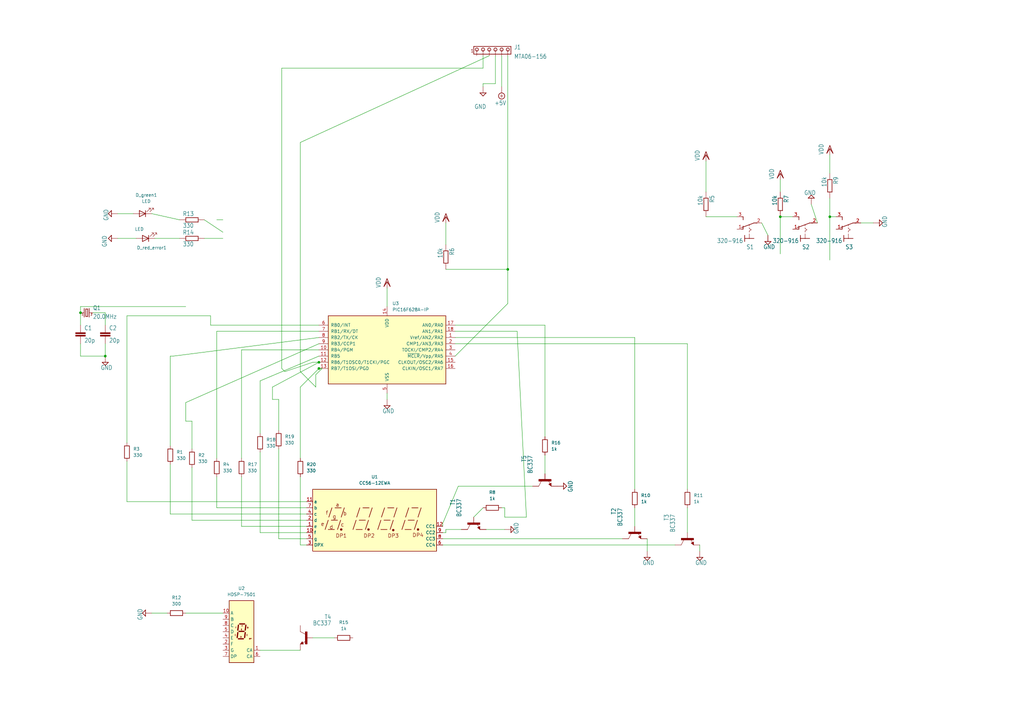
<source format=kicad_sch>
(kicad_sch (version 20250114) (generator "eeschema") (generator_version "9.0")
  (paper "A3")
  (lib_symbols
    (symbol "Device:LED" (pin_numbers (hide yes)) (pin_names (offset 1.016) (hide yes))
      (property "Reference" "D" (at 0 2.54 0))
      (property "Value" "LED" (at 0 -2.54 0))
      (symbol "LED_0_1"
        (polyline (pts (xy -3.048 -0.762) (xy -4.572 -2.286) (xy -3.81 -2.286) (xy -4.572 -2.286) (xy -4.572 -1.524)))
        (polyline (pts (xy -1.778 -0.762) (xy -3.302 -2.286) (xy -2.54 -2.286) (xy -3.302 -2.286) (xy -3.302 -1.524)))
        (polyline (pts (xy -1.27 0) (xy 1.27 0)))
        (polyline (pts (xy -1.27 -1.27) (xy -1.27 1.27)) (stroke (width 0.254)))
        (polyline (pts (xy 1.27 -1.27) (xy 1.27 1.27) (xy -1.27 0) (xy 1.27 -1.27)) (stroke (width 0.254)))
      )
      (symbol "LED_1_1"
        (pin passive line (at -3.81 0 0) (length 2.54) (name "K") (number "1"))
        (pin passive line (at 3.81 0 180) (length 2.54) (name "A") (number "2"))
      )
    )
    (symbol "Device:R" (pin_numbers (hide yes)) (pin_names (offset 0))
      (property "Reference" "R" (at 2.032 0 90))
      (property "Value" "R" (at 0 0 90))
      (symbol "R_0_1"
        (rectangle (start -1.016 -2.54) (end 1.016 2.54) (stroke (width 0.254)))
      )
      (symbol "R_1_1"
        (pin passive line (at 0 3.81 270) (length 1.27) (name "~") (number "1"))
        (pin passive line (at 0 -3.81 90) (length 1.27) (name "~") (number "2"))
      )
    )
    (symbol "Display_Character:CC56-12EWA"
      (property "Reference" "U" (at -24.13 13.97 0))
      (property "Value" "CC56-12EWA" (at 19.05 13.97 0))
      (symbol "CC56-12EWA_0_0"
        (rectangle (start -25.4 12.7) (end 25.4 -12.7) (stroke (width 0.254)) (fill (type background)))
        (polyline (pts (xy -20.32 -3.81) (xy -19.05 0)) (stroke (width 0.254)))
        (polyline (pts (xy -19.05 -3.81) (xy -16.51 -3.81)) (stroke (width 0.254)))
        (polyline (pts (xy -18.796 1.27) (xy -17.526 5.08)) (stroke (width 0.254)))
        (polyline (pts (xy -17.78 0) (xy -15.24 0)) (stroke (width 0.254)))
        (polyline (pts (xy -16.256 5.08) (xy -13.716 5.08)) (stroke (width 0.254)))
        (polyline (pts (xy -15.24 -3.81) (xy -13.97 0)) (stroke (width 0.254)))
        (polyline (pts (xy -13.716 1.27) (xy -12.446 5.08)) (stroke (width 0.254)))
        (polyline (pts (xy -8.89 -3.81) (xy -7.62 0)) (stroke (width 0.254)))
        (polyline (pts (xy -7.62 -3.81) (xy -5.08 -3.81)) (stroke (width 0.254)))
        (polyline (pts (xy -7.366 1.27) (xy -6.096 5.08)) (stroke (width 0.254)))
        (polyline (pts (xy -6.35 0) (xy -3.81 0)) (stroke (width 0.254)))
        (polyline (pts (xy -4.826 5.08) (xy -2.286 5.08)) (stroke (width 0.254)))
        (polyline (pts (xy -3.81 -3.81) (xy -2.54 0)) (stroke (width 0.254)))
        (polyline (pts (xy -2.286 1.27) (xy -1.016 5.08)) (stroke (width 0.254)))
        (polyline (pts (xy 1.27 -3.81) (xy 2.54 0)) (stroke (width 0.254)))
        (polyline (pts (xy 2.54 -3.81) (xy 5.08 -3.81)) (stroke (width 0.254)))
        (polyline (pts (xy 2.794 1.27) (xy 4.064 5.08)) (stroke (width 0.254)))
        (polyline (pts (xy 3.81 0) (xy 6.35 0)) (stroke (width 0.254)))
        (polyline (pts (xy 5.334 5.08) (xy 7.874 5.08)) (stroke (width 0.254)))
        (polyline (pts (xy 6.35 -3.81) (xy 7.62 0)) (stroke (width 0.254)))
        (polyline (pts (xy 7.874 1.27) (xy 9.144 5.08)) (stroke (width 0.254)))
        (polyline (pts (xy 11.176 -3.81) (xy 12.446 0)) (stroke (width 0.254)))
        (polyline (pts (xy 12.446 -3.81) (xy 14.986 -3.81)) (stroke (width 0.254)))
        (polyline (pts (xy 12.7 1.27) (xy 13.97 5.08)) (stroke (width 0.254)))
        (polyline (pts (xy 13.716 0) (xy 16.256 0)) (stroke (width 0.254)))
        (polyline (pts (xy 15.24 5.08) (xy 17.78 5.08)) (stroke (width 0.254)))
        (polyline (pts (xy 16.256 -3.81) (xy 17.526 0)) (stroke (width 0.254)))
        (polyline (pts (xy 17.78 1.27) (xy 19.05 5.08)) (stroke (width 0.254)))
        (text "e" (at -21.336 -1.524 0) (effects (font (size 1.524 1.524))))
        (text "f" (at -19.558 3.048 0) (effects (font (size 1.524 1.524))))
        (text "d" (at -17.78 -2.794 0) (effects (font (size 1.524 1.524))))
        (text "g" (at -16.51 1.524 0) (effects (font (size 1.524 1.524))))
        (text "a" (at -15.24 6.35 0) (effects (font (size 1.524 1.524))))
        (text "DP1" (at -13.716 -6.35 0) (effects (font (size 1.524 1.524))))
        (text "c" (at -13.208 -1.778 0) (effects (font (size 1.524 1.524))))
        (text "b" (at -12.192 2.794 0) (effects (font (size 1.524 1.524))))
        (text "DP2" (at -2.286 -6.35 0) (effects (font (size 1.524 1.524))))
        (text "DP3" (at 7.62 -6.35 0) (effects (font (size 1.524 1.524))))
        (text "DP4" (at 17.78 -6.096 0) (effects (font (size 1.524 1.524))))
      )
      (symbol "CC56-12EWA_0_1"
        (circle (center -13.716 -3.81) (radius 0.3556) (stroke (width 0.254)) (fill (type outline)))
        (circle (center -2.54 -3.81) (radius 0.3556) (stroke (width 0.254)) (fill (type outline)))
      )
      (symbol "CC56-12EWA_1_0"
        (circle (center 7.62 -4.064) (radius 0.3556) (stroke (width 0.254)) (fill (type outline)))
        (circle (center 17.78 -3.81) (radius 0.3556) (stroke (width 0.254)) (fill (type outline)))
      )
      (symbol "CC56-12EWA_1_1"
        (pin input line (at -27.94 7.62 0) (length 2.54) (name "a") (number "11"))
        (pin input line (at -27.94 5.08 0) (length 2.54) (name "b") (number "7"))
        (pin input line (at -27.94 2.54 0) (length 2.54) (name "c") (number "4"))
        (pin input line (at -27.94 0 0) (length 2.54) (name "d") (number "2"))
        (pin input line (at -27.94 -2.54 0) (length 2.54) (name "e") (number "1"))
        (pin input line (at -27.94 -5.08 0) (length 2.54) (name "f") (number "10"))
        (pin input line (at -27.94 -7.62 0) (length 2.54) (name "g") (number "5"))
        (pin input line (at -27.94 -10.16 0) (length 2.54) (name "DPX") (number "3"))
        (pin input line (at 27.94 -2.54 180) (length 2.54) (name "CC1") (number "12"))
        (pin input line (at 27.94 -5.08 180) (length 2.54) (name "CC2") (number "9"))
        (pin input line (at 27.94 -7.62 180) (length 2.54) (name "CC3") (number "8"))
        (pin input line (at 27.94 -10.16 180) (length 2.54) (name "CC4") (number "6"))
      )
    )
    (symbol "Display_Character:HDSP-7501"
      (property "Reference" "U" (at -3.81 13.97 0))
      (property "Value" "HDSP-7501" (at 6.35 13.97 0))
      (symbol "HDSP-7501_1_0"
        (text "E" (at -2.54 -1.397 0) (effects (font (size 0.508 0.508))))
        (text "F" (at -2.286 1.651 0) (effects (font (size 0.508 0.508))))
        (text "D" (at -0.254 -2.159 0) (effects (font (size 0.508 0.508))))
        (text "G" (at 0 0.889 0) (effects (font (size 0.508 0.508))))
        (text "A" (at 0.254 2.413 0) (effects (font (size 0.508 0.508))))
        (text "C" (at 2.286 -1.397 0) (effects (font (size 0.508 0.508))))
        (text "B" (at 2.54 1.651 0) (effects (font (size 0.508 0.508))))
        (text "DP" (at 3.556 -2.921 0) (effects (font (size 0.508 0.508))))
      )
      (symbol "HDSP-7501_1_1"
        (rectangle (start -5.08 12.7) (end 5.08 -12.7) (stroke (width 0.254)) (fill (type background)))
        (polyline (pts (xy -1.524 -0.381) (xy -1.778 -2.413)) (stroke (width 0.508)))
        (polyline (pts (xy -1.27 2.667) (xy -1.524 0.635)) (stroke (width 0.508)))
        (polyline (pts (xy -1.27 -2.921) (xy 0.762 -2.921)) (stroke (width 0.508)))
        (polyline (pts (xy -1.016 0.127) (xy 1.016 0.127)) (stroke (width 0.508)))
        (polyline (pts (xy -0.762 3.175) (xy 1.27 3.175)) (stroke (width 0.508)))
        (polyline (pts (xy 1.524 -0.381) (xy 1.27 -2.413)) (stroke (width 0.508)))
        (polyline (pts (xy 1.778 2.667) (xy 1.524 0.635)) (stroke (width 0.508)))
        (polyline (pts (xy 2.54 -2.921) (xy 2.54 -2.921)) (stroke (width 0.508)))
        (pin input line (at -7.62 7.62 0) (length 2.54) (name "A") (number "10"))
        (pin input line (at -7.62 5.08 0) (length 2.54) (name "B") (number "9"))
        (pin input line (at -7.62 2.54 0) (length 2.54) (name "C") (number "8"))
        (pin input line (at -7.62 0 0) (length 2.54) (name "D") (number "5"))
        (pin input line (at -7.62 -2.54 0) (length 2.54) (name "E") (number "4"))
        (pin input line (at -7.62 -5.08 0) (length 2.54) (name "F") (number "2"))
        (pin input line (at -7.62 -7.62 0) (length 2.54) (name "G") (number "3"))
        (pin input line (at -7.62 -10.16 0) (length 2.54) (name "DP") (number "7"))
        (pin input line (at 7.62 -7.62 180) (length 2.54) (name "CA") (number "1"))
        (pin input line (at 7.62 -10.16 180) (length 2.54) (name "CA") (number "6"))
      )
    )
    (symbol "MCU_Microchip_PIC16:PIC16F628A-IP" (pin_names (offset 1.016))
      (property "Reference" "U" (at -24.13 17.78 0))
      (property "Value" "PIC16F628A-IP" (at -24.13 15.24 0))
      (symbol "PIC16F628A-IP_0_1"
        (rectangle (start 24.13 13.97) (end -24.13 -13.97) (stroke (width 0.254)) (fill (type background)))
      )
      (symbol "PIC16F628A-IP_1_1"
        (pin bidirectional line (at -27.94 10.16 0) (length 3.81) (name "RB0/INT") (number "6"))
        (pin bidirectional line (at -27.94 7.62 0) (length 3.81) (name "RB1/RX/DT") (number "7"))
        (pin bidirectional line (at -27.94 5.08 0) (length 3.81) (name "RB2/TX/CK") (number "8"))
        (pin bidirectional line (at -27.94 2.54 0) (length 3.81) (name "RB3/CCP1") (number "9"))
        (pin bidirectional line (at -27.94 0 0) (length 3.81) (name "RB4/PGM") (number "10"))
        (pin bidirectional line (at -27.94 -2.54 0) (length 3.81) (name "RB5") (number "11"))
        (pin bidirectional line (at -27.94 -5.08 0) (length 3.81) (name "RB6/T1OSC0/T1CKI/PGC") (number "12"))
        (pin bidirectional line (at -27.94 -7.62 0) (length 3.81) (name "RB7/T1OSI/PGD") (number "13"))
        (pin power_in line (at 0 17.78 270) (length 3.81) (name "VDD") (number "14"))
        (pin power_in line (at 0 -17.78 90) (length 3.81) (name "VSS") (number "5"))
        (pin bidirectional line (at 27.94 10.16 180) (length 3.81) (name "AN0/RA0") (number "17"))
        (pin bidirectional line (at 27.94 7.62 180) (length 3.81) (name "AN1/RA1") (number "18"))
        (pin bidirectional line (at 27.94 5.08 180) (length 3.81) (name "Vref/AN2/RA2") (number "1"))
        (pin bidirectional line (at 27.94 2.54 180) (length 3.81) (name "CMP1/AN3/RA3") (number "2"))
        (pin bidirectional line (at 27.94 0 180) (length 3.81) (name "TOCKI/CMP2/RA4") (number "3"))
        (pin input line (at 27.94 -2.54 180) (length 3.81) (name "~{MCLR}/Vpp/RA5") (number "4"))
        (pin bidirectional line (at 27.94 -5.08 180) (length 3.81) (name "CLKOUT/OSC2/RA6") (number "15"))
        (pin bidirectional line (at 27.94 -7.62 180) (length 3.81) (name "CLKIN/OSC1/RA7") (number "16"))
      )
    )
    (symbol "schemat_regulatora-eagle-import:+5V" (power)
      (property "Value" "+5V" (at -1.905 3.175 0))
      (symbol "+5V_1_0"
        (polyline (pts (xy -0.635 1.27) (xy 0.635 1.27)) (stroke (width 0.1524)))
        (circle (center 0 1.27) (radius 1.27) (stroke (width 0.254)))
        (polyline (pts (xy 0 0.635) (xy 0 1.905)) (stroke (width 0.1524)))
        (pin power_in line (at 0 -2.54 90) (length 2.54) (name "+5V") (number "1"))
      )
    )
    (symbol "schemat_regulatora-eagle-import:320-916"
      (property "Reference" "S" (at -6.35 -1.905 90))
      (property "Value" "320-916" (at -3.81 2.54 90))
      (symbol "320-916_1_0"
        (polyline (pts (xy -5.08 1.905) (xy -3.81 1.905)) (stroke (width 0.254)))
        (polyline (pts (xy -3.81 1.905) (xy -3.81 0)) (stroke (width 0.254)))
        (polyline (pts (xy -3.81 1.905) (xy -2.54 1.905)) (stroke (width 0.254)))
        (polyline (pts (xy -3.81 0) (xy -3.81 -1.905)) (stroke (width 0.254)))
        (polyline (pts (xy -3.81 0) (xy -1.905 0)) (stroke (width 0.1524)))
        (polyline (pts (xy -1.27 0) (xy -0.762 0)) (stroke (width 0.1524)))
        (polyline (pts (xy -0.762 0) (xy -0.254 -0.762)) (stroke (width 0.1524)))
        (polyline (pts (xy -0.254 -0.762) (xy 0.254 0)) (stroke (width 0.1524)))
        (polyline (pts (xy 0 2.54) (xy 0 3.175)) (stroke (width 0.254)))
        (polyline (pts (xy 0 2.54) (xy 1.27 2.54)) (stroke (width 0.254)))
        (polyline (pts (xy 0.254 0) (xy 0.635 0)) (stroke (width 0.1524)))
        (polyline (pts (xy 1.27 0) (xy 1.905 0)) (stroke (width 0.1524)))
        (polyline (pts (xy 2.54 -1.905) (xy 0.635 3.175)) (stroke (width 0.254)))
        (polyline (pts (xy 2.54 -3.175) (xy 2.54 -1.905)) (stroke (width 0.254)))
        (polyline (pts (xy 3.81 2.54) (xy 5.08 2.54)) (stroke (width 0.254)))
        (polyline (pts (xy 5.08 2.54) (xy 5.08 3.175)) (stroke (width 0.254)))
        (pin passive line (at 0 5.08 270) (length 2.54) (name "O") (number "1"))
        (pin passive line (at 2.54 -5.08 90) (length 2.54) (name "P") (number "2"))
        (pin passive line (at 5.08 5.08 270) (length 2.54) (name "S") (number "3"))
      )
    )
    (symbol "schemat_regulatora-eagle-import:BC337"
      (property "Reference" "T" (at -10.16 7.62 0))
      (property "Value" "BC337" (at -10.16 5.08 0))
      (symbol "BC337_1_0"
        (rectangle (start -0.254 -2.54) (end 0.508 2.54) (fill (type outline)))
        (polyline (pts (xy 1.27 -2.54) (xy 1.778 -1.524)) (stroke (width 0.1524)))
        (polyline (pts (xy 1.524 -2.286) (xy 1.905 -2.286)) (stroke (width 0.254)))
        (polyline (pts (xy 1.524 -2.413) (xy 2.286 -2.413)) (stroke (width 0.254)))
        (polyline (pts (xy 1.54 -2.04) (xy 0.308 -1.424)) (stroke (width 0.1524)))
        (polyline (pts (xy 1.778 -1.524) (xy 2.54 -2.54)) (stroke (width 0.1524)))
        (polyline (pts (xy 1.778 -1.778) (xy 1.524 -2.286)) (stroke (width 0.254)))
        (polyline (pts (xy 1.905 -2.286) (xy 1.778 -2.032)) (stroke (width 0.254)))
        (polyline (pts (xy 2.286 -2.413) (xy 1.778 -1.778)) (stroke (width 0.254)))
        (polyline (pts (xy 2.54 2.54) (xy 0.508 1.524)) (stroke (width 0.1524)))
        (polyline (pts (xy 2.54 -2.54) (xy 1.27 -2.54)) (stroke (width 0.1524)))
        (pin passive line (at -2.54 0 0) (length 2.54) (name "B") (number "2"))
        (pin passive line (at 2.54 5.08 270) (length 2.54) (name "C") (number "3"))
        (pin passive line (at 2.54 -5.08 90) (length 2.54) (name "E") (number "1"))
      )
    )
    (symbol "schemat_regulatora-eagle-import:C5/4.5"
      (property "Reference" "C" (at 1.524 0.381 0))
      (property "Value" "C5{slash}4.5" (at 1.524 -4.699 0))
      (symbol "C5/4.5_1_0"
        (rectangle (start -2.032 -1.016) (end 2.032 -0.508) (fill (type outline)))
        (rectangle (start -2.032 -2.032) (end 2.032 -1.524) (fill (type outline)))
        (polyline (pts (xy 0 0) (xy 0 -0.508)) (stroke (width 0.1524)))
        (polyline (pts (xy 0 -2.54) (xy 0 -2.032)) (stroke (width 0.1524)))
        (pin passive line (at 0 2.54 270) (length 2.54) (name "1") (number "1"))
        (pin passive line (at 0 -5.08 90) (length 2.54) (name "2") (number "2"))
      )
    )
    (symbol "schemat_regulatora-eagle-import:CRYSTALHC49S"
      (property "Reference" "Q" (at 2.54 1.016 0))
      (property "Value" "CRYSTALHC49S" (at 2.54 -2.54 0))
      (symbol "CRYSTALHC49S_1_0"
        (polyline (pts (xy -2.54 0) (xy -1.016 0)) (stroke (width 0.1524)))
        (polyline (pts (xy -1.016 1.778) (xy -1.016 -1.778)) (stroke (width 0.254)))
        (polyline (pts (xy -0.381 1.524) (xy -0.381 -1.524)) (stroke (width 0.254)))
        (polyline (pts (xy -0.381 -1.524) (xy 0.381 -1.524)) (stroke (width 0.254)))
        (polyline (pts (xy 0.381 1.524) (xy -0.381 1.524)) (stroke (width 0.254)))
        (polyline (pts (xy 0.381 -1.524) (xy 0.381 1.524)) (stroke (width 0.254)))
        (polyline (pts (xy 1.016 1.778) (xy 1.016 -1.778)) (stroke (width 0.254)))
        (polyline (pts (xy 1.016 0) (xy 2.54 0)) (stroke (width 0.1524)))
        (text "1" (at -2.159 -1.143 0) (effects (font (size 0.8636 0.734)) (justify left bottom)))
        (text "2" (at 1.524 -1.143 0) (effects (font (size 0.8636 0.734)) (justify left bottom)))
        (pin passive line (at -2.54 0 0) (length 0) (name "1") (number "1"))
        (pin passive line (at 2.54 0 180) (length 0) (name "2") (number "2"))
      )
    )
    (symbol "schemat_regulatora-eagle-import:GND" (power)
      (property "Value" "GND" (at -1.905 -3.175 0))
      (symbol "GND_1_0"
        (polyline (pts (xy -1.27 0) (xy 1.27 0)) (stroke (width 0.254)))
        (polyline (pts (xy 0 -1.27) (xy -1.27 0)) (stroke (width 0.254)))
        (polyline (pts (xy 1.27 0) (xy 0 -1.27)) (stroke (width 0.254)))
        (pin power_in line (at 0 2.54 270) (length 2.54) (name "GND") (number "1"))
      )
    )
    (symbol "schemat_regulatora-eagle-import:MTA06-156"
      (property "Reference" "J" (at 15.24 0 0))
      (property "Value" "MTA06-156" (at 15.24 -3.81 0))
      (symbol "MTA06-156_1_0"
        (polyline (pts (xy -1.27 1.27) (xy -1.27 -1.905)) (stroke (width 0.254)))
        (polyline (pts (xy -1.27 1.27) (xy 13.97 1.27)) (stroke (width 0.254)))
        (circle (center 0 0) (radius 0.635) (stroke (width 0.254)))
        (circle (center 2.54 0) (radius 0.635) (stroke (width 0.254)))
        (circle (center 5.08 0) (radius 0.635) (stroke (width 0.254)))
        (circle (center 7.62 0) (radius 0.635) (stroke (width 0.254)))
        (circle (center 10.16 0) (radius 0.635) (stroke (width 0.254)))
        (circle (center 12.7 0) (radius 0.635) (stroke (width 0.254)))
        (polyline (pts (xy 13.97 -1.905) (xy -1.27 -1.905)) (stroke (width 0.254)))
        (polyline (pts (xy 13.97 -1.905) (xy 13.97 1.27)) (stroke (width 0.254)))
        (text "1" (at -2.54 -1.27 0) (effects (font (size 1.27 1.0795)) (justify left bottom)))
        (pin passive line (at 0 -2.54 90) (length 2.54) (name "1") (number "1"))
        (pin passive line (at 2.54 -2.54 90) (length 2.54) (name "2") (number "2"))
        (pin passive line (at 5.08 -2.54 90) (length 2.54) (name "3") (number "3"))
        (pin passive line (at 7.62 -2.54 90) (length 2.54) (name "4") (number "4"))
        (pin passive line (at 10.16 -2.54 90) (length 2.54) (name "5") (number "5"))
        (pin passive line (at 12.7 -2.54 90) (length 2.54) (name "6") (number "6"))
      )
    )
    (symbol "schemat_regulatora-eagle-import:R-EU_0204/7"
      (property "Reference" "R" (at -3.81 1.4986 0))
      (property "Value" "R-EU_0204{slash}7" (at -3.81 -3.302 0))
      (symbol "R-EU_0204/7_1_0"
        (polyline (pts (xy -2.54 -0.889) (xy -2.54 0.889)) (stroke (width 0.254)))
        (polyline (pts (xy -2.54 -0.889) (xy 2.54 -0.889)) (stroke (width 0.254)))
        (polyline (pts (xy 2.54 0.889) (xy -2.54 0.889)) (stroke (width 0.254)))
        (polyline (pts (xy 2.54 -0.889) (xy 2.54 0.889)) (stroke (width 0.254)))
        (pin passive line (at -5.08 0 0) (length 2.54) (name "1") (number "1"))
        (pin passive line (at 5.08 0 180) (length 2.54) (name "2") (number "2"))
      )
    )
    (symbol "schemat_regulatora-eagle-import:VDD" (power)
      (property "Value" "VDD" (at -2.54 -2.54 90))
      (symbol "VDD_1_0"
        (polyline (pts (xy 0 1.27) (xy -1.27 -1.905)) (stroke (width 0.254)))
        (polyline (pts (xy 0 0) (xy -1.27 -1.905)) (stroke (width 0.254)))
        (polyline (pts (xy 1.27 -1.905) (xy 0 1.27)) (stroke (width 0.254)))
        (polyline (pts (xy 1.27 -1.905) (xy 0 0)) (stroke (width 0.254)))
        (pin power_in line (at 0 -2.54 90) (length 2.54) (name "VDD") (number "1"))
      )
    )
  )
  (junction (at 33.02 128.27))
  (junction (at 130.81 148.59))
  (junction (at 43.18 146.05))
  (junction (at 208.28 110.49))
  (junction (at 130.81 151.13))
  (junction (at 340.36 88.9))
  (junction (at 320.04 88.9))
  (wire (pts (xy 88.9 195.58) (xy 88.9 208.28)))
  (wire (pts (xy 208.28 22.86) (xy 208.28 110.49)))
  (wire (pts (xy 99.06 215.9) (xy 125.73 215.9)))
  (wire (pts (xy 205.74 22.86) (xy 205.74 35.56)))
  (wire (pts (xy 158.75 163.83) (xy 158.75 161.29)))
  (wire (pts (xy 99.06 215.9) (xy 99.06 195.58)))
  (wire (pts (xy 123.19 158.75) (xy 130.81 151.13)))
  (wire (pts (xy 129.54 153.67) (xy 132.08 151.13)))
  (wire (pts (xy 78.74 213.36) (xy 125.73 213.36)))
  (wire (pts (xy 223.52 194.31) (xy 223.52 186.69)))
  (wire (pts (xy 123.19 158.75) (xy 123.19 187.96)))
  (wire (pts (xy 48.26 87.63) (xy 54.61 87.63)))
  (wire (pts (xy 123.19 195.58) (xy 123.19 223.52)))
  (wire (pts (xy 260.35 138.43) (xy 260.35 200.66)))
  (wire (pts (xy 62.23 251.46) (xy 68.58 251.46)))
  (wire (pts (xy 83.82 90.17) (xy 91.44 95.25)))
  (wire (pts (xy 181.61 220.98) (xy 255.27 220.98)))
  (wire (pts (xy 137.16 261.62) (xy 128.27 261.62)))
  (wire (pts (xy 332.74 83.82) (xy 335.28 91.44)))
  (wire (pts (xy 33.02 140.97) (xy 33.02 146.05)))
  (wire (pts (xy 314.96 96.52) (xy 312.42 91.44)))
  (wire (pts (xy 123.19 58.42) (xy 123.19 152.4)))
  (wire (pts (xy 78.74 191.77) (xy 78.74 213.36)))
  (wire (pts (xy 106.68 185.42) (xy 106.68 218.44)))
  (wire (pts (xy 71.12 146.05) (xy 69.85 146.05)))
  (wire (pts (xy 115.57 27.94) (xy 115.57 151.13)))
  (wire (pts (xy 111.76 158.75) (xy 130.81 148.59)))
  (wire (pts (xy 186.69 133.35) (xy 223.52 133.35)))
  (wire (pts (xy 69.85 190.5) (xy 69.85 210.82)))
  (wire (pts (xy 198.12 27.94) (xy 198.12 22.86)))
  (wire (pts (xy 114.3 184.15) (xy 114.3 220.98)))
  (wire (pts (xy 186.69 140.97) (xy 281.94 140.97)))
  (wire (pts (xy 52.07 129.54) (xy 52.07 181.61)))
  (wire (pts (xy 115.57 27.94) (xy 198.12 27.94)))
  (wire (pts (xy 198.12 34.29) (xy 198.12 35.56)))
  (wire (pts (xy 43.18 146.05) (xy 43.18 140.97)))
  (wire (pts (xy 115.57 151.13) (xy 116.84 152.4)))
  (wire (pts (xy 181.61 215.9) (xy 181.61 214.63)))
  (wire (pts (xy 207.01 208.28) (xy 207.01 212.09)))
  (wire (pts (xy 320.04 104.14) (xy 320.04 88.9)))
  (wire (pts (xy 33.02 133.35) (xy 33.02 128.27)))
  (wire (pts (xy 199.39 217.17) (xy 207.01 217.17)))
  (wire (pts (xy 123.19 152.4) (xy 129.54 158.75)))
  (wire (pts (xy 265.43 226.06) (xy 265.43 220.98)))
  (wire (pts (xy 130.81 151.13) (xy 132.08 151.13)))
  (wire (pts (xy 186.69 135.89) (xy 212.09 135.89)))
  (wire (pts (xy 78.74 172.72) (xy 78.74 184.15)))
  (wire (pts (xy 125.73 205.74) (xy 52.07 205.74)))
  (wire (pts (xy 88.9 208.28) (xy 125.73 208.28)))
  (wire (pts (xy 76.2 172.72) (xy 78.74 172.72)))
  (wire (pts (xy 33.02 128.27) (xy 33.02 125.73)))
  (wire (pts (xy 99.06 143.51) (xy 130.81 143.51)))
  (wire (pts (xy 73.66 97.79) (xy 63.5 97.79)))
  (wire (pts (xy 114.3 220.98) (xy 125.73 220.98)))
  (wire (pts (xy 130.81 138.43) (xy 71.12 146.05)))
  (wire (pts (xy 88.9 135.89) (xy 88.9 187.96)))
  (wire (pts (xy 203.2 22.86) (xy 203.2 34.29)))
  (wire (pts (xy 76.2 165.1) (xy 76.2 172.72)))
  (wire (pts (xy 340.36 88.9) (xy 342.9 88.9)))
  (wire (pts (xy 302.26 88.9) (xy 289.56 88.9)))
  (wire (pts (xy 208.28 110.49) (xy 208.28 124.46)))
  (wire (pts (xy 106.68 218.44) (xy 125.73 218.44)))
  (wire (pts (xy 215.9 212.09) (xy 212.09 135.89)))
  (wire (pts (xy 88.9 90.17) (xy 91.44 90.17)))
  (wire (pts (xy 38.1 128.27) (xy 43.18 128.27)))
  (wire (pts (xy 207.01 212.09) (xy 215.9 212.09)))
  (wire (pts (xy 281.94 208.28) (xy 281.94 218.44)))
  (wire (pts (xy 181.61 218.44) (xy 182.88 218.44)))
  (wire (pts (xy 158.75 118.11) (xy 158.75 125.73)))
  (wire (pts (xy 62.23 87.63) (xy 73.66 90.17)))
  (wire (pts (xy 340.36 81.28) (xy 340.36 88.9)))
  (wire (pts (xy 182.88 91.44) (xy 182.88 100.33)))
  (wire (pts (xy 111.76 158.75) (xy 111.76 163.83)))
  (wire (pts (xy 69.85 146.05) (xy 69.85 182.88)))
  (wire (pts (xy 86.36 133.35) (xy 130.81 133.35)))
  (wire (pts (xy 287.02 226.06) (xy 287.02 223.52)))
  (wire (pts (xy 114.3 163.83) (xy 114.3 176.53)))
  (wire (pts (xy 129.54 158.75) (xy 129.54 153.67)))
  (wire (pts (xy 260.35 208.28) (xy 260.35 215.9)))
  (wire (pts (xy 86.36 129.54) (xy 52.07 129.54)))
  (wire (pts (xy 281.94 140.97) (xy 281.94 200.66)))
  (wire (pts (xy 182.88 218.44) (xy 182.88 217.17)))
  (wire (pts (xy 358.14 91.44) (xy 353.06 91.44)))
  (wire (pts (xy 320.04 73.66) (xy 320.04 78.74)))
  (wire (pts (xy 123.19 266.7) (xy 106.68 266.7)))
  (wire (pts (xy 320.04 88.9) (xy 325.12 88.9)))
  (wire (pts (xy 106.68 156.21) (xy 130.81 146.05)))
  (wire (pts (xy 33.02 125.73) (xy 76.2 125.73)))
  (wire (pts (xy 289.56 66.04) (xy 289.56 78.74)))
  (wire (pts (xy 187.96 199.39) (xy 218.44 199.39)))
  (wire (pts (xy 198.12 208.28) (xy 194.31 212.09)))
  (wire (pts (xy 181.61 223.52) (xy 276.86 223.52)))
  (wire (pts (xy 128.27 148.59) (xy 130.81 148.59)))
  (wire (pts (xy 198.12 34.29) (xy 203.2 34.29)))
  (wire (pts (xy 33.02 146.05) (xy 43.18 146.05)))
  (wire (pts (xy 208.28 110.49) (xy 182.88 110.49)))
  (wire (pts (xy 43.18 128.27) (xy 43.18 133.35)))
  (wire (pts (xy 340.36 106.68) (xy 340.36 88.9)))
  (wire (pts (xy 69.85 210.82) (xy 125.73 210.82)))
  (wire (pts (xy 208.28 124.46) (xy 186.69 146.05)))
  (wire (pts (xy 223.52 133.35) (xy 223.52 179.07)))
  (wire (pts (xy 86.36 133.35) (xy 86.36 129.54)))
  (wire (pts (xy 99.06 187.96) (xy 99.06 143.51)))
  (wire (pts (xy 116.84 152.4) (xy 128.27 148.59)))
  (wire (pts (xy 207.01 208.28) (xy 205.74 208.28)))
  (wire (pts (xy 52.07 205.74) (xy 52.07 189.23)))
  (wire (pts (xy 340.36 63.5) (xy 340.36 71.12)))
  (wire (pts (xy 106.68 156.21) (xy 106.68 177.8)))
  (wire (pts (xy 130.81 140.97) (xy 76.2 165.1)))
  (wire (pts (xy 123.19 223.52) (xy 125.73 223.52)))
  (wire (pts (xy 83.82 97.79) (xy 91.44 97.79)))
  (wire (pts (xy 88.9 135.89) (xy 130.81 135.89)))
  (wire (pts (xy 111.76 163.83) (xy 114.3 163.83)))
  (wire (pts (xy 76.2 251.46) (xy 91.44 251.46)))
  (wire (pts (xy 181.61 214.63) (xy 187.96 199.39)))
  (wire (pts (xy 182.88 217.17) (xy 189.23 217.17)))
  (wire (pts (xy 48.26 97.79) (xy 55.88 97.79)))
  (wire (pts (xy 186.69 138.43) (xy 260.35 138.43)))
  (wire (pts (xy 123.19 58.42) (xy 200.66 22.86)))
  (symbol (lib_id "schemat_regulatora-eagle-import:GND") (at 158.75 166.37 0) (unit 1)
    (property "Reference" "#GND01" (effects (hide yes)))
    (property "Value" "GND" (at 156.845 169.545 0) (effects (font (size 1.778 1.5113)) (justify left bottom)))
    (property "Footprint" "schemat_regulatora:" (effects (hide yes)))
  )
  (symbol (lib_id "Display_Character:HDSP-7501") (at 99.06 259.08 0) (unit 1)
    (property "Reference" "U2" (at 99.06 241.3 0))
    (property "Value" "HDSP-7501" (at 99.06 243.84 0))
    (property "Footprint" "Display_7Segment:HDSP-A151" (effects (hide yes)))
    (property "Datasheet" "https://docs.broadcom.com/docs/AV02-2553EN" (effects (hide yes)))
  )
  (symbol (lib_id "MCU_Microchip_PIC16:PIC16F628A-IP") (at 158.75 143.51 0) (unit 1)
    (property "Reference" "U3" (at 160.8933 124.46 0) (effects (justify left)))
    (property "Value" "PIC16F628A-IP" (at 160.8933 127 0) (effects (justify left)))
    (property "Datasheet" "http://ww1.microchip.com/downloads/en/DeviceDoc/40300c.pdf" (effects (hide yes)))
    (property "Description" "2048W Flash, 224B SRAM, 128B EEPROM, DIP18" (effects (hide yes)))
  )
  (symbol (lib_id "schemat_regulatora-eagle-import:VDD") (at 289.56 63.5 0) (unit 1)
    (property "Reference" "#VDD01" (effects (hide yes)))
    (property "Value" "VDD" (at 287.02 66.04 90) (effects (font (size 1.778 1.5113)) (justify left bottom)))
    (property "Footprint" "schemat_regulatora:" (effects (hide yes)))
  )
  (symbol (lib_id "schemat_regulatora-eagle-import:R-EU_0204/7") (at 340.36 76.2 270) (unit 1)
    (property "Reference" "R9" (at 341.8586 72.39 0) (effects (font (size 1.778 1.5113)) (justify left bottom)))
    (property "Value" "10k" (at 337.058 72.39 0) (effects (font (size 1.778 1.5113)) (justify left bottom)))
    (property "Footprint" "schemat_regulatora:0204_7" (effects (hide yes)))
  )
  (symbol (lib_id "schemat_regulatora-eagle-import:GND") (at 314.96 99.06 0) (unit 1)
    (property "Reference" "#SUPPLY02" (effects (hide yes)))
    (property "Value" "GND" (at 313.055 102.235 0) (effects (font (size 1.778 1.5113)) (justify left bottom)))
    (property "Footprint" "schemat_regulatora:" (effects (hide yes)))
  )
  (symbol (lib_id "Device:LED") (at 59.69 97.79 180) (unit 1)
    (property "Reference" "D_red_error1" (at 62.23 101.6 0))
    (property "Value" "LED" (at 57.15 93.98 0))
  )
  (symbol (lib_id "schemat_regulatora-eagle-import:BC337") (at 223.52 196.85 90) (mirror x) (unit 1)
    (property "Reference" "T5" (at 215.9 186.69 0) (effects (font (size 1.778 1.5113)) (justify left bottom)))
    (property "Value" "BC337" (at 218.44 186.69 0) (effects (font (size 1.778 1.5113)) (justify left bottom)))
    (property "Footprint" "schemat_regulatora:TO92" (effects (hide yes)))
  )
  (symbol (lib_id "schemat_regulatora-eagle-import:BC337") (at 260.35 218.44 90) (mirror x) (unit 1)
    (property "Reference" "T2" (at 252.73 208.28 0) (effects (font (size 1.778 1.5113)) (justify left bottom)))
    (property "Value" "BC337" (at 255.27 208.28 0) (effects (font (size 1.778 1.5113)) (justify left bottom)))
    (property "Footprint" "schemat_regulatora:TO92" (effects (hide yes)))
  )
  (symbol (lib_id "schemat_regulatora-eagle-import:GND") (at 59.69 251.46 270) (unit 1)
    (property "Reference" "#GND06" (effects (hide yes)))
    (property "Value" "GND" (at 56.515 249.555 0) (effects (font (size 1.778 1.5113)) (justify left bottom)))
    (property "Footprint" "schemat_regulatora:" (effects (hide yes)))
  )
  (symbol (lib_id "schemat_regulatora-eagle-import:VDD") (at 320.04 71.12 0) (unit 1)
    (property "Reference" "#VDD03" (effects (hide yes)))
    (property "Value" "VDD" (at 317.5 73.66 90) (effects (font (size 1.778 1.5113)) (justify left bottom)))
    (property "Footprint" "schemat_regulatora:" (effects (hide yes)))
  )
  (symbol (lib_id "Device:R") (at 140.97 261.62 90) (unit 1)
    (property "Reference" "R15" (at 140.97 255.27 90))
    (property "Value" "1k" (at 140.97 257.81 90))
  )
  (symbol (lib_id "Device:R") (at 106.68 181.61 180) (unit 1)
    (property "Reference" "R18" (at 109.22 180.3399 0) (effects (justify right)))
    (property "Value" "330" (at 109.22 182.8799 0) (effects (justify right)))
  )
  (symbol (lib_id "schemat_regulatora-eagle-import:R-EU_0204/7") (at 78.74 90.17 0) (unit 1)
    (property "Reference" "R13" (at 74.93 88.6714 0) (effects (font (size 1.778 1.5113)) (justify left bottom)))
    (property "Value" "330" (at 74.93 93.472 0) (effects (font (size 1.778 1.5113)) (justify left bottom)))
    (property "Footprint" "schemat_regulatora:0204_7" (effects (hide yes)))
  )
  (symbol (lib_id "schemat_regulatora-eagle-import:320-916") (at 330.2 93.98 90) (unit 1)
    (property "Reference" "S2" (at 332.105 100.33 90) (effects (font (size 1.778 1.5113)) (justify left bottom)))
    (property "Value" "320-916" (at 327.66 97.79 90) (effects (font (size 1.778 1.5113)) (justify left bottom)))
    (property "Footprint" "schemat_regulatora:320-916" (effects (hide yes)))
  )
  (symbol (lib_id "Device:R") (at 52.07 185.42 180) (unit 1)
    (property "Reference" "R3" (at 54.61 184.1499 0) (effects (justify right)))
    (property "Value" "330" (at 54.61 186.6899 0) (effects (justify right)))
  )
  (symbol (lib_id "Device:R") (at 99.06 191.77 180) (unit 1)
    (property "Reference" "R17" (at 101.6 190.4999 0) (effects (justify right)))
    (property "Value" "330" (at 101.6 193.0399 0) (effects (justify right)))
  )
  (symbol (lib_id "schemat_regulatora-eagle-import:320-916") (at 307.34 93.98 90) (unit 1)
    (property "Reference" "S1" (at 309.245 100.33 90) (effects (font (size 1.778 1.5113)) (justify left bottom)))
    (property "Value" "320-916" (at 304.8 97.79 90) (effects (font (size 1.778 1.5113)) (justify left bottom)))
    (property "Footprint" "schemat_regulatora:320-916" (effects (hide yes)))
  )
  (symbol (lib_id "Device:R") (at 114.3 180.34 180) (unit 1)
    (property "Reference" "R19" (at 116.84 179.0699 0) (effects (justify right)))
    (property "Value" "330" (at 116.84 181.6099 0) (effects (justify right)))
  )
  (symbol (lib_id "Device:R") (at 78.74 187.96 180) (unit 1)
    (property "Reference" "R2" (at 81.28 186.6899 0) (effects (justify right)))
    (property "Value" "330" (at 81.28 189.2299 0) (effects (justify right)))
  )
  (symbol (lib_id "Device:R") (at 72.39 251.46 270) (unit 1)
    (property "Reference" "R12" (at 72.39 245.11 90))
    (property "Value" "300" (at 72.39 247.65 90))
  )
  (symbol (lib_id "schemat_regulatora-eagle-import:C5/4.5") (at 43.18 135.89 0) (unit 1)
    (property "Reference" "C2" (at 44.704 135.509 0) (effects (font (size 1.778 1.5113)) (justify left bottom)))
    (property "Value" "20p" (at 44.704 140.589 0) (effects (font (size 1.778 1.5113)) (justify left bottom)))
    (property "Footprint" "schemat_regulatora:C5B4.5" (effects (hide yes)))
  )
  (symbol (lib_id "Device:R") (at 123.19 191.77 180) (unit 1)
    (property "Reference" "R20" (at 125.73 190.4999 0) (effects (justify right)))
    (property "Value" "330" (at 125.73 193.0399 0) (effects (justify right)))
  )
  (symbol (lib_id "schemat_regulatora-eagle-import:BC337") (at 125.73 261.62 0) (mirror y) (unit 1)
    (property "Reference" "T4" (at 135.89 254 0) (effects (font (size 1.778 1.5113)) (justify left bottom)))
    (property "Value" "BC337" (at 135.89 256.54 0) (effects (font (size 1.778 1.5113)) (justify left bottom)))
    (property "Footprint" "schemat_regulatora:TO92" (effects (hide yes)))
  )
  (symbol (lib_id "Device:R") (at 88.9 191.77 180) (unit 1)
    (property "Reference" "R4" (at 91.44 190.4999 0) (effects (justify right)))
    (property "Value" "330" (at 91.44 193.0399 0) (effects (justify right)))
  )
  (symbol (lib_id "schemat_regulatora-eagle-import:GND") (at 265.43 228.6 0) (unit 1)
    (property "Reference" "#GND04" (effects (hide yes)))
    (property "Value" "GND" (at 263.525 231.775 0) (effects (font (size 1.778 1.5113)) (justify left bottom)))
    (property "Footprint" "schemat_regulatora:" (effects (hide yes)))
  )
  (symbol (lib_id "schemat_regulatora-eagle-import:GND") (at 231.14 199.39 90) (unit 1)
    (property "Reference" "#GND09" (effects (hide yes)))
    (property "Value" "GND" (at 234.95 201.93 0) (effects (font (size 1.778 1.5113)) (justify left bottom)))
    (property "Footprint" "schemat_regulatora:" (effects (hide yes)))
  )
  (symbol (lib_id "Device:LED") (at 58.42 87.63 180) (unit 1)
    (property "Reference" "D_green1" (at 60.0075 80.01 0))
    (property "Value" "LED" (at 60.0075 82.55 0))
  )
  (symbol (lib_id "Device:R") (at 201.93 208.28 90) (unit 1)
    (property "Reference" "R8" (at 201.93 201.93 90))
    (property "Value" "1k" (at 201.93 204.47 90))
  )
  (symbol (lib_id "schemat_regulatora-eagle-import:320-916") (at 347.98 93.98 90) (unit 1)
    (property "Reference" "S3" (at 349.885 100.33 90) (effects (font (size 1.778 1.5113)) (justify left bottom)))
    (property "Value" "320-916" (at 345.44 97.79 90) (effects (font (size 1.778 1.5113)) (justify left bottom)))
    (property "Footprint" "schemat_regulatora:320-916" (effects (hide yes)))
  )
  (symbol (lib_id "Device:R") (at 69.85 186.69 180) (unit 1)
    (property "Reference" "R1" (at 72.39 185.4199 0) (effects (justify right)))
    (property "Value" "330" (at 72.39 187.9599 0) (effects (justify right)))
  )
  (symbol (lib_id "schemat_regulatora-eagle-import:VDD") (at 340.36 60.96 0) (unit 1)
    (property "Reference" "#VDD05" (effects (hide yes)))
    (property "Value" "VDD" (at 337.82 63.5 90) (effects (font (size 1.778 1.5113)) (justify left bottom)))
    (property "Footprint" "schemat_regulatora:" (effects (hide yes)))
  )
  (symbol (lib_id "schemat_regulatora-eagle-import:GND") (at 45.72 87.63 270) (unit 1)
    (property "Reference" "#GND07" (effects (hide yes)))
    (property "Value" "GND" (at 42.545 85.725 0) (effects (font (size 1.778 1.5113)) (justify left bottom)))
    (property "Footprint" "schemat_regulatora:" (effects (hide yes)))
  )
  (symbol (lib_id "schemat_regulatora-eagle-import:GND") (at 198.12 38.1 0) (unit 1)
    (property "Reference" "#GND03" (effects (hide yes)))
    (property "Value" "GND" (at 194.564 44.704 0) (effects (font (size 1.778 1.5113)) (justify left bottom)))
    (property "Footprint" "schemat_regulatora:" (effects (hide yes)))
  )
  (symbol (lib_id "schemat_regulatora-eagle-import:R-EU_0204/7") (at 289.56 83.82 270) (unit 1)
    (property "Reference" "R5" (at 291.0586 80.01 0) (effects (font (size 1.778 1.5113)) (justify left bottom)))
    (property "Value" "10k" (at 286.258 80.01 0) (effects (font (size 1.778 1.5113)) (justify left bottom)))
    (property "Footprint" "schemat_regulatora:0204_7" (effects (hide yes)))
  )
  (symbol (lib_id "schemat_regulatora-eagle-import:GND") (at 43.18 148.59 0) (unit 1)
    (property "Reference" "#SUPPLY01" (effects (hide yes)))
    (property "Value" "GND" (at 41.275 151.765 0) (effects (font (size 1.778 1.5113)) (justify left bottom)))
    (property "Footprint" "schemat_regulatora:" (effects (hide yes)))
  )
  (symbol (lib_id "Display_Character:CC56-12EWA") (at 153.67 213.36 0) (unit 1)
    (property "Reference" "U1" (at 153.67 195.58 0))
    (property "Value" "CC56-12EWA" (at 153.67 198.12 0))
    (property "Footprint" "Display_7Segment:CA56-12EWA" (effects (hide yes)))
    (property "Datasheet" "http://www.kingbrightusa.com/images/catalog/SPEC/CA56-12EWA.pdf" (effects (hide yes)))
  )
  (symbol (lib_id "Device:R") (at 260.35 204.47 180) (unit 1)
    (property "Reference" "R10" (at 262.89 203.1999 0) (effects (justify right)))
    (property "Value" "1k" (at 262.89 205.7399 0) (effects (justify right)))
  )
  (symbol (lib_id "schemat_regulatora-eagle-import:GND") (at 287.02 228.6 0) (unit 1)
    (property "Reference" "#GND05" (effects (hide yes)))
    (property "Value" "GND" (at 285.115 231.775 0) (effects (font (size 1.778 1.5113)) (justify left bottom)))
    (property "Footprint" "schemat_regulatora:" (effects (hide yes)))
  )
  (symbol (lib_id "schemat_regulatora-eagle-import:MTA06-156") (at 195.58 20.32 0) (unit 1)
    (property "Reference" "J1" (at 210.82 20.32 0) (effects (font (size 1.778 1.5113)) (justify left bottom)))
    (property "Value" "MTA06-156" (at 210.82 24.13 0) (effects (font (size 1.778 1.5113)) (justify left bottom)))
    (property "Footprint" "schemat_regulatora:1X6MTA" (effects (hide yes)))
  )
  (symbol (lib_id "schemat_regulatora-eagle-import:VDD") (at 158.75 115.57 0) (unit 1)
    (property "Reference" "#VDD04" (effects (hide yes)))
    (property "Value" "VDD" (at 156.21 118.11 90) (effects (font (size 1.778 1.5113)) (justify left bottom)))
    (property "Footprint" "schemat_regulatora:" (effects (hide yes)))
  )
  (symbol (lib_id "schemat_regulatora-eagle-import:BC337") (at 281.94 220.98 90) (mirror x) (unit 1)
    (property "Reference" "T3" (at 274.32 210.82 0) (effects (font (size 1.778 1.5113)) (justify left bottom)))
    (property "Value" "BC337" (at 276.86 210.82 0) (effects (font (size 1.778 1.5113)) (justify left bottom)))
    (property "Footprint" "schemat_regulatora:TO92" (effects (hide yes)))
  )
  (symbol (lib_id "schemat_regulatora-eagle-import:+5V") (at 205.74 38.1 180) (unit 1)
    (property "Reference" "#SUPPLY05" (effects (hide yes)))
    (property "Value" "+5V" (at 207.645 41.275 0) (effects (font (size 1.778 1.5113)) (justify left bottom)))
    (property "Footprint" "schemat_regulatora:" (effects (hide yes)))
  )
  (symbol (lib_id "schemat_regulatora-eagle-import:R-EU_0204/7") (at 320.04 83.82 270) (unit 1)
    (property "Reference" "R7" (at 321.5386 80.01 0) (effects (font (size 1.778 1.5113)) (justify left bottom)))
    (property "Value" "10k" (at 316.738 80.01 0) (effects (font (size 1.778 1.5113)) (justify left bottom)))
    (property "Footprint" "schemat_regulatora:0204_7" (effects (hide yes)))
  )
  (symbol (lib_id "schemat_regulatora-eagle-import:R-EU_0204/7") (at 182.88 105.41 270) (unit 1)
    (property "Reference" "R6" (at 184.3786 101.6 0) (effects (font (size 1.778 1.5113)) (justify left bottom)))
    (property "Value" "10k" (at 179.578 101.6 0) (effects (font (size 1.778 1.5113)) (justify left bottom)))
    (property "Footprint" "schemat_regulatora:0204_7" (effects (hide yes)))
  )
  (symbol (lib_id "schemat_regulatora-eagle-import:GND") (at 360.68 91.44 90) (unit 1)
    (property "Reference" "#SUPPLY04" (effects (hide yes)))
    (property "Value" "GND" (at 363.855 93.345 0) (effects (font (size 1.778 1.5113)) (justify left bottom)))
    (property "Footprint" "schemat_regulatora:" (effects (hide yes)))
  )
  (symbol (lib_id "schemat_regulatora-eagle-import:BC337") (at 194.31 214.63 90) (mirror x) (unit 1)
    (property "Reference" "T1" (at 186.69 204.47 0) (effects (font (size 1.778 1.5113)) (justify left bottom)))
    (property "Value" "BC337" (at 189.23 204.47 0) (effects (font (size 1.778 1.5113)) (justify left bottom)))
    (property "Footprint" "schemat_regulatora:TO92" (effects (hide yes)))
  )
  (symbol (lib_id "schemat_regulatora-eagle-import:GND") (at 45.72 97.79 270) (unit 1)
    (property "Reference" "#GND08" (effects (hide yes)))
    (property "Value" "GND" (at 41.91 96.52 0) (effects (font (size 1.778 1.5113)) (justify left bottom)))
    (property "Footprint" "schemat_regulatora:" (effects (hide yes)))
  )
  (symbol (lib_id "schemat_regulatora-eagle-import:C5/4.5") (at 33.02 135.89 0) (unit 1)
    (property "Reference" "C1" (at 34.544 135.509 0) (effects (font (size 1.778 1.5113)) (justify left bottom)))
    (property "Value" "20p" (at 34.544 140.589 0) (effects (font (size 1.778 1.5113)) (justify left bottom)))
    (property "Footprint" "schemat_regulatora:C5B4.5" (effects (hide yes)))
  )
  (symbol (lib_id "Device:R") (at 281.94 204.47 180) (unit 1)
    (property "Reference" "R11" (at 284.48 203.1999 0) (effects (justify right)))
    (property "Value" "1k" (at 284.48 205.7399 0) (effects (justify right)))
  )
  (symbol (lib_id "schemat_regulatora-eagle-import:GND") (at 332.74 81.28 180) (unit 1)
    (property "Reference" "#SUPPLY03" (effects (hide yes)))
    (property "Value" "GND" (at 334.645 78.105 0) (effects (font (size 1.778 1.5113)) (justify left bottom)))
    (property "Footprint" "schemat_regulatora:" (effects (hide yes)))
  )
  (symbol (lib_id "Device:R") (at 223.52 182.88 180) (unit 1)
    (property "Reference" "R16" (at 226.06 181.6099 0) (effects (justify right)))
    (property "Value" "1k" (at 226.06 184.1499 0) (effects (justify right)))
  )
  (symbol (lib_id "schemat_regulatora-eagle-import:CRYSTALHC49S") (at 35.56 128.27 0) (unit 1)
    (property "Reference" "Q1" (at 38.1 127.254 0) (effects (font (size 1.778 1.5113)) (justify left bottom)))
    (property "Value" "20.0MHz" (at 38.1 130.81 0) (effects (font (size 1.778 1.5113)) (justify left bottom)))
    (property "Footprint" "schemat_regulatora:HC49_S" (effects (hide yes)))
  )
  (symbol (lib_id "schemat_regulatora-eagle-import:GND") (at 209.55 217.17 90) (unit 1)
    (property "Reference" "#GND02" (effects (hide yes)))
    (property "Value" "GND" (at 212.725 219.075 0) (effects (font (size 1.778 1.5113)) (justify left bottom)))
    (property "Footprint" "schemat_regulatora:" (effects (hide yes)))
  )
  (symbol (lib_id "schemat_regulatora-eagle-import:R-EU_0204/7") (at 78.74 97.79 0) (unit 1)
    (property "Reference" "R14" (at 74.93 96.2914 0) (effects (font (size 1.778 1.5113)) (justify left bottom)))
    (property "Value" "330" (at 74.93 101.092 0) (effects (font (size 1.778 1.5113)) (justify left bottom)))
    (property "Footprint" "schemat_regulatora:0204_7" (effects (hide yes)))
  )
  (symbol (lib_id "schemat_regulatora-eagle-import:VDD") (at 182.88 88.9 0) (unit 1)
    (property "Reference" "#VDD02" (effects (hide yes)))
    (property "Value" "VDD" (at 180.34 91.44 90) (effects (font (size 1.778 1.5113)) (justify left bottom)))
    (property "Footprint" "schemat_regulatora:" (effects (hide yes)))
  )
)
</source>
